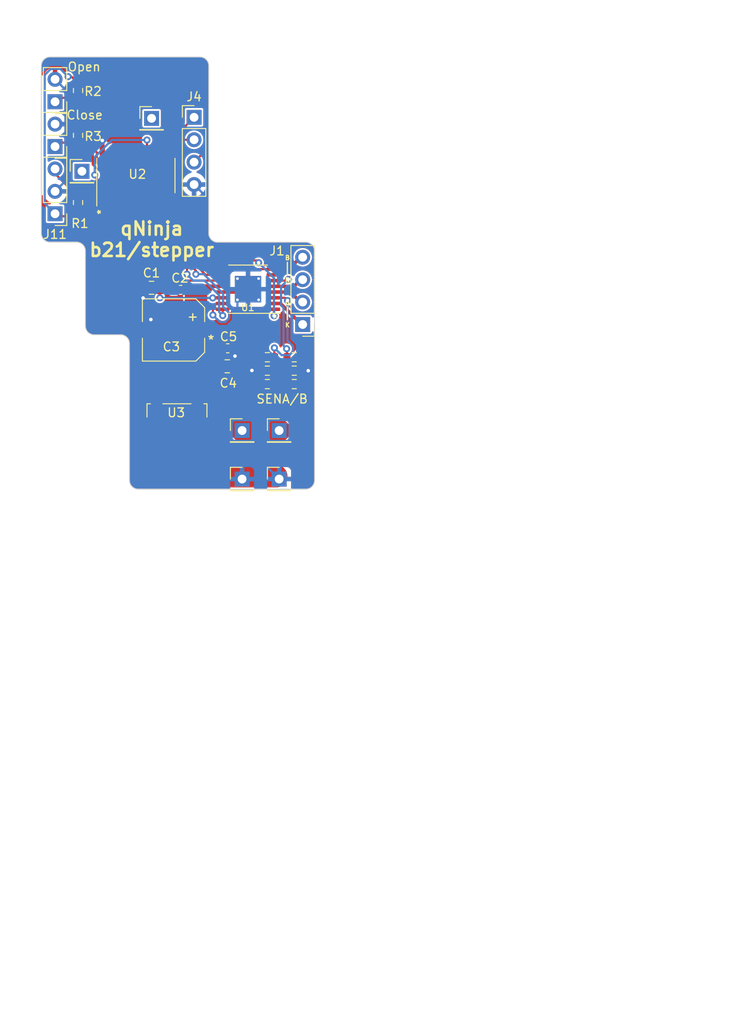
<source format=kicad_pcb>
(kicad_pcb (version 20221018) (generator pcbnew)
  (layers (0 "F.Cu" signal) (31 "B.Cu" signal) (34 "B.Paste" user) (35 "F.Paste" user) (36 "B.SilkS" user "B.Silkscreen") (37 "F.SilkS" user "F.Silkscreen") (38 "B.Mask" user) (39 "F.Mask" user) (44 "Edge.Cuts" user))
  (net 0 "")
  (net 1 "/NSLEEP")
  (net 2 "GND")
  (net 3 "/UPDI")
  (net 4 "/SENA")
  (net 5 "/SENB")
  (net 6 "Net-(J1-Pin_1)")
  (net 7 "Net-(J1-Pin_2)")
  (net 8 "Net-(J1-Pin_3)")
  (net 9 "Net-(J1-Pin_4)")
  (net 10 "/FAULT")
  (net 11 "/BIN2")
  (net 12 "/BIN1")
  (net 13 "/AIN2")
  (net 14 "/AIN1")
  (net 15 "Net-(U1-BST)")
  (net 17 "Net-(U1-VDD)")
  (net 18 "/3V3D")
  (net 21 "/I2C_SDA")
  (net 22 "/I2C_SCL")
  (net 23 "/DCLOSE")
  (net 24 "/DOPEN")
  (net 25 "/12VA")
  (net 26 "/12VB")
  (net 27 "/12VD")
  (net 28 "/VIN")
  (footprint "Connector_PinHeader_2.54mm:PinHeader_1x01_P2.54mm_Vertical" (layer "F.Cu") (at 146.979996 103.850007)
    (fp_text reference "J10" hide)
    (fp_text value "Conn_01x01_Pin")
    (pad "1" thru_hole rect (at 0 0) (size 1.7 1.7) (drill 1) (layers "*.Cu" "*.Mask") (net 2 "GND"))
  )
  (footprint "Package_SO:SOIC-14_3.9x8.7mm_P1.27mm" (layer "F.Cu") (at 130.73 69.445 90)
    (fp_text reference "U2" (at 0.15 0.17) (layer "F.SilkS"))
    (fp_text value "ATtiny404-SS")
    (pad "1" smd roundrect (at -2.475 -3.81 90) (size 1.95 0.6) (layers "F.Cu" "F.Paste" "F.Mask") (net 18 "/3V3D"))
    (pad "2" smd roundrect (at -2.475 -2.54 90) (size 1.95 0.6) (layers "F.Cu" "F.Paste" "F.Mask") (net 14 "/AIN1"))
    (pad "3" smd roundrect (at -2.475 -1.27 90) (size 1.95 0.6) (layers "F.Cu" "F.Paste" "F.Mask") (net 13 "/AIN2"))
    (pad "4" smd roundrect (at -2.475 0 90) (size 1.95 0.6) (layers "F.Cu" "F.Paste" "F.Mask") (net 12 "/BIN1"))
    (pad "5" smd roundrect (at -2.475 1.27 90) (size 1.95 0.6) (layers "F.Cu" "F.Paste" "F.Mask") (net 11 "/BIN2"))
    (pad "6" smd roundrect (at -2.475 2.54 90) (size 1.95 0.6) (layers "F.Cu" "F.Paste" "F.Mask"))
    (pad "7" smd roundrect (at -2.475 3.81 90) (size 1.95 0.6) (layers "F.Cu" "F.Paste" "F.Mask"))
    (pad "8" smd roundrect (at 2.475 3.81 90) (size 1.95 0.6) (layers "F.Cu" "F.Paste" "F.Mask") (net 21 "/I2C_SDA"))
    (pad "9" smd roundrect (at 2.475 2.54 90) (size 1.95 0.6) (layers "F.Cu" "F.Paste" "F.Mask") (net 22 "/I2C_SCL"))
    (pad "10" smd roundrect (at 2.475 1.27 90) (size 1.95 0.6) (layers "F.Cu" "F.Paste" "F.Mask") (net 1 "/NSLEEP"))
    (pad "11" smd roundrect (at 2.475 0 90) (size 1.95 0.6) (layers "F.Cu" "F.Paste" "F.Mask") (net 10 "/FAULT"))
    (pad "12" smd roundrect (at 2.475 -1.27 90) (size 1.95 0.6) (layers "F.Cu" "F.Paste" "F.Mask") (net 23 "/DCLOSE"))
    (pad "13" smd roundrect (at 2.475 -2.54 90) (size 1.95 0.6) (layers "F.Cu" "F.Paste" "F.Mask") (net 24 "/DOPEN"))
    (pad "14" smd roundrect (at 2.475 -3.81 90) (size 1.95 0.6) (layers "F.Cu" "F.Paste" "F.Mask") (net 2 "GND"))
  )
  (footprint "Connector_PinHeader_2.54mm:PinHeader_1x01_P2.54mm_Vertical" (layer "F.Cu") (at 132.510688 62.964869)
    (fp_text reference "J3" hide)
    (fp_text value "Conn_01x01_Pin")
    (pad "1" thru_hole rect (at 0 0) (size 1.7 1.7) (drill 1) (layers "*.Cu" "*.Mask") (net 25 "/12VA"))
  )
  (footprint "Resistor_SMD:R_0603_1608Metric" (layer "F.Cu") (at 145.645 90.04 180)
    (fp_text reference "RSENA3" hide)
    (fp_text value "R")
    (pad "1" smd roundrect (at -0.825 0 180) (size 0.8 0.95) (layers "F.Cu" "F.Paste" "F.Mask") (net 4 "/SENA"))
    (pad "2" smd roundrect (at 0.825 0 180) (size 0.8 0.95) (layers "F.Cu" "F.Paste" "F.Mask") (net 2 "GND"))
  )
  (footprint "Connector_PinHeader_2.54mm:PinHeader_1x04_P2.54mm_Vertical" (layer "F.Cu") (at 149.65 86.33 180)
    (fp_text reference "J1" (at 2.91 8.338) (layer "F.SilkS"))
    (fp_text value "Conn_01x04_Male")
    (pad "1" thru_hole rect (at 0 0 180) (size 1.7 1.7) (drill 1) (layers "*.Cu" "*.Mask") (net 6 "Net-(J1-Pin_1)"))
    (pad "2" thru_hole oval (at 0 2.54 180) (size 1.7 1.7) (drill 1) (layers "*.Cu" "*.Mask") (net 7 "Net-(J1-Pin_2)"))
    (pad "3" thru_hole oval (at 0 5.08 180) (size 1.7 1.7) (drill 1) (layers "*.Cu" "*.Mask") (net 8 "Net-(J1-Pin_3)"))
    (pad "4" thru_hole oval (at 0 7.62 180) (size 1.7 1.7) (drill 1) (layers "*.Cu" "*.Mask") (net 9 "Net-(J1-Pin_4)"))
  )
  (footprint "Capacitor_SMD:C_0805_2012Metric" (layer "F.Cu") (at 141.1 91.07)
    (fp_text reference "C4" (at 0.11 1.91) (layer "F.SilkS"))
    (fp_text value "10uF")
    (pad "1" smd roundrect (at -0.95 0) (size 1 1.45) (layers "F.Cu" "F.Paste" "F.Mask") (net 28 "/VIN"))
    (pad "2" smd roundrect (at 0.95 0) (size 1 1.45) (layers "F.Cu" "F.Paste" "F.Mask") (net 2 "GND"))
  )
  (footprint "Resistor_SMD:R_0603_1608Metric" (layer "F.Cu") (at 124.17 72.51 90)
    (fp_text reference "R1" (at -2.37 0.21 180) (layer "F.SilkS"))
    (fp_text value "4.7k")
    (pad "1" smd roundrect (at -0.825 0 90) (size 0.8 0.95) (layers "F.Cu" "F.Paste" "F.Mask") (net 1 "/NSLEEP"))
    (pad "2" smd roundrect (at 0.825 0 90) (size 0.8 0.95) (layers "F.Cu" "F.Paste" "F.Mask") (net 3 "/UPDI"))
  )
  (footprint "Connector_PinHeader_2.54mm:PinHeader_1x03_P2.54mm_Vertical" (layer "F.Cu") (at 121.56 73.78 180)
    (fp_text reference "J11" (at 0 -2.33) (layer "F.SilkS"))
    (fp_text value "Conn_01x03_Pin")
    (pad "1" thru_hole rect (at 0 0 180) (size 1.7 1.7) (drill 1) (layers "*.Cu" "*.Mask") (net 18 "/3V3D"))
    (pad "2" thru_hole oval (at 0 2.54 180) (size 1.7 1.7) (drill 1) (layers "*.Cu" "*.Mask") (net 2 "GND"))
    (pad "3" thru_hole oval (at 0 5.08 180) (size 1.7 1.7) (drill 1) (layers "*.Cu" "*.Mask") (net 3 "/UPDI"))
  )
  (footprint "Resistor_SMD:R_0603_1608Metric" (layer "F.Cu") (at 148.693 93.088 180)
    (fp_text reference "RSENB1" hide)
    (fp_text value "R")
    (pad "1" smd roundrect (at -0.825 0 180) (size 0.8 0.95) (layers "F.Cu" "F.Paste" "F.Mask") (net 2 "GND"))
    (pad "2" smd roundrect (at 0.825 0 180) (size 0.8 0.95) (layers "F.Cu" "F.Paste" "F.Mask") (net 5 "/SENB"))
  )
  (footprint "Connector_PinHeader_2.54mm:PinHeader_1x01_P2.54mm_Vertical" (layer "F.Cu") (at 142.779996 103.850007)
    (fp_text reference "J9" hide)
    (fp_text value "Conn_01x01_Pin")
    (pad "1" thru_hole rect (at 0 0) (size 1.7 1.7) (drill 1) (layers "*.Cu" "*.Mask") (net 2 "GND"))
  )
  (footprint "Connector_PinHeader_2.54mm:PinHeader_1x01_P2.54mm_Vertical" (layer "F.Cu") (at 146.979996 98.350007)
    (fp_text reference "J6" hide)
    (fp_text value "Conn_01x01_Pin")
    (pad "1" thru_hole rect (at 0 0) (size 1.7 1.7) (drill 1) (layers "*.Cu" "*.Mask") (net 26 "/12VB"))
  )
  (footprint "Connector_PinHeader_2.54mm:PinHeader_1x04_P2.54mm_Vertical" (layer "F.Cu") (at 137.33 62.85)
    (fp_text reference "J4" (at 0 -2.33) (layer "F.SilkS"))
    (fp_text value "Conn_01x04_Pin")
    (pad "1" thru_hole rect (at 0 0) (size 1.7 1.7) (drill 1) (layers "*.Cu" "*.Mask") (net 21 "/I2C_SDA"))
    (pad "2" thru_hole oval (at 0 2.54) (size 1.7 1.7) (drill 1) (layers "*.Cu" "*.Mask") (net 22 "/I2C_SCL"))
    (pad "3" thru_hole oval (at 0 5.08) (size 1.7 1.7) (drill 1) (layers "*.Cu" "*.Mask") (net 18 "/3V3D"))
    (pad "4" thru_hole oval (at 0 7.62) (size 1.7 1.7) (drill 1) (layers "*.Cu" "*.Mask") (net 2 "GND"))
  )
  (footprint "Package_SO:TSSOP-16-1EP_4.4x5mm_P0.65mm_EP3x3mm_ThermalVias" (layer "F.Cu") (at 143.45 82.33 180)
    (fp_text reference "U1" (at 0.02 -2.09) (layer "F.SilkS") (effects (font (size 0.75 0.75) (thickness 0.125))))
    (fp_text value "MP6507GF-Z")
    (pad "1" smd roundrect (at -2.875 -2.275 180) (size 1.55 0.4) (layers "F.Cu" "F.Paste" "F.Mask") (net 1 "/NSLEEP"))
    (pad "2" smd roundrect (at -2.875 -1.625 180) (size 1.55 0.4) (layers "F.Cu" "F.Paste" "F.Mask") (net 6 "Net-(J1-Pin_1)"))
    (pad "3" smd roundrect (at -2.875 -0.975 180) (size 1.55 0.4) (layers "F.Cu" "F.Paste" "F.Mask") (net 4 "/SENA"))
    (pad "4" smd roundrect (at -2.875 -0.325 180) (size 1.55 0.4) (layers "F.Cu" "F.Paste" "F.Mask") (net 7 "Net-(J1-Pin_2)"))
    (pad "5" smd roundrect (at -2.875 0.325 180) (size 1.55 0.4) (layers "F.Cu" "F.Paste" "F.Mask") (net 8 "Net-(J1-Pin_3)"))
    (pad "6" smd roundrect (at -2.875 0.975 180) (size 1.55 0.4) (layers "F.Cu" "F.Paste" "F.Mask") (net 5 "/SENB"))
    (pad "7" smd roundrect (at -2.875 1.625 180) (size 1.55 0.4) (layers "F.Cu" "F.Paste" "F.Mask") (net 9 "Net-(J1-Pin_4)"))
    (pad "8" smd roundrect (at -2.875 2.275 180) (size 1.55 0.4) (layers "F.Cu" "F.Paste" "F.Mask") (net 10 "/FAULT"))
    (pad "9" smd roundrect (at 2.875 2.275 180) (size 1.55 0.4) (layers "F.Cu" "F.Paste" "F.Mask") (net 11 "/BIN2"))
    (pad "10" smd roundrect (at 2.875 1.625 180) (size 1.55 0.4) (layers "F.Cu" "F.Paste" "F.Mask") (net 12 "/BIN1"))
    (pad "11" smd roundrect (at 2.875 0.975 180) (size 1.55 0.4) (layers "F.Cu" "F.Paste" "F.Mask") (net 15 "Net-(U1-BST)"))
    (pad "12" smd roundrect (at 2.875 0.325 180) (size 1.55 0.4) (layers "F.Cu" "F.Paste" "F.Mask") (net 28 "/VIN"))
    (pad "13" smd roundrect (at 2.875 -0.325 180) (size 1.55 0.4) (layers "F.Cu" "F.Paste" "F.Mask") (net 2 "GND"))
    (pad "14" smd roundrect (at 2.875 -0.975 180) (size 1.55 0.4) (layers "F.Cu" "F.Paste" "F.Mask") (net 17 "Net-(U1-VDD)"))
    (pad "15" smd roundrect (at 2.875 -1.625 180) (size 1.55 0.4) (layers "F.Cu" "F.Paste" "F.Mask") (net 13 "/AIN2"))
    (pad "16" smd roundrect (at 2.875 -2.275 180) (size 1.55 0.4) (layers "F.Cu" "F.Paste" "F.Mask") (net 14 "/AIN1"))
    (pad "17" thru_hole circle (at -1.2 -1.2 180) (size 0.6 0.6) (drill 0.3) (layers "*.Cu") (net 2 "GND"))
    (pad "17" thru_hole circle (at -1.2 1.2 180) (size 0.6 0.6) (drill 0.3) (layers "*.Cu") (net 2 "GND"))
    (pad "17" smd rect (at 0 0 180) (size 3 3) (layers "F.Cu" "F.Mask") (net 2 "GND"))
    (pad "17" smd rect (at 0 0 180) (size 3 3) (layers "B.Cu") (net 2 "GND"))
    (pad "17" thru_hole circle (at 1.2 -1.2 180) (size 0.6 0.6) (drill 0.3) (layers "*.Cu") (net 2 "GND"))
    (pad "17" thru_hole circle (at 1.2 1.2 180) (size 0.6 0.6) (drill 0.3) (layers "*.Cu") (net 2 "GND"))
  )
  (footprint "Resistor_SMD:R_0603_1608Metric" (layer "F.Cu") (at 124.17 64.89 90)
    (fp_text reference "R3" (at -0.12 1.71 180) (layer "F.SilkS"))
    (fp_text value "4.7k")
    (pad "1" smd roundrect (at -0.825 0 90) (size 0.8 0.95) (layers "F.Cu" "F.Paste" "F.Mask") (net 23 "/DCLOSE"))
    (pad "2" smd roundrect (at 0.825 0 90) (size 0.8 0.95) (layers "F.Cu" "F.Paste" "F.Mask"))
  )
  (footprint "Resistor_SMD:R_0603_1608Metric" (layer "F.Cu") (at 148.693 91.564 180)
    (fp_text reference "RSENB2" hide)
    (fp_text value "R")
    (pad "1" smd roundrect (at -0.825 0 180) (size 0.8 0.95) (layers "F.Cu" "F.Paste" "F.Mask") (net 2 "GND"))
    (pad "2" smd roundrect (at 0.825 0 180) (size 0.8 0.95) (layers "F.Cu" "F.Paste" "F.Mask") (net 5 "/SENB"))
  )
  (footprint "Resistor_SMD:R_0603_1608Metric" (layer "F.Cu") (at 145.645 91.564 180)
    (fp_text reference "RSENA2" hide)
    (fp_text value "R")
    (pad "1" smd roundrect (at -0.825 0 180) (size 0.8 0.95) (layers "F.Cu" "F.Paste" "F.Mask") (net 4 "/SENA"))
    (pad "2" smd roundrect (at 0.825 0 180) (size 0.8 0.95) (layers "F.Cu" "F.Paste" "F.Mask") (net 2 "GND"))
  )
  (footprint "Connector_PinHeader_2.54mm:PinHeader_1x02_P2.54mm_Vertical" (layer "F.Cu") (at 121.56 61.08 180)
    (fp_text reference "J12" hide)
    (fp_text value "Conn_01x02_Pin")
    (pad "1" thru_hole rect (at 0 0 180) (size 1.7 1.7) (drill 1) (layers "*.Cu" "*.Mask") (net 24 "/DOPEN"))
    (pad "2" thru_hole oval (at 0 2.54 180) (size 1.7 1.7) (drill 1) (layers "*.Cu" "*.Mask") (net 2 "GND"))
  )
  (footprint "Resistor_SMD:R_0603_1608Metric" (layer "F.Cu") (at 148.693 90.04 180)
    (fp_text reference "RSENB3" hide)
    (fp_text value "R")
    (pad "1" smd roundrect (at -0.825 0 180) (size 0.8 0.95) (layers "F.Cu" "F.Paste" "F.Mask") (net 2 "GND"))
    (pad "2" smd roundrect (at 0.825 0 180) (size 0.8 0.95) (layers "F.Cu" "F.Paste" "F.Mask") (net 5 "/SENB"))
  )
  (footprint "Connector_PinHeader_2.54mm:PinHeader_1x02_P2.54mm_Vertical" (layer "F.Cu") (at 121.56 66.16 180)
    (fp_text reference "J13" hide)
    (fp_text value "Conn_01x02_Pin")
    (pad "1" thru_hole rect (at 0 0 180) (size 1.7 1.7) (drill 1) (layers "*.Cu" "*.Mask") (net 23 "/DCLOSE"))
    (pad "2" thru_hole oval (at 0 2.54 180) (size 1.7 1.7) (drill 1) (layers "*.Cu" "*.Mask") (net 2 "GND"))
  )
  (footprint "Capacitor_SMD:C_0603_1608Metric" (layer "F.Cu") (at 135.81 82.41)
    (fp_text reference "C2" (at -0.08 -1.34 180) (layer "F.SilkS") (effects (font (thickness 0.1504))))
    (fp_text value "0.1uF")
    (pad "1" smd roundrect (at -0.775 0) (size 0.9 0.95) (layers "F.Cu" "F.Paste" "F.Mask") (net 15 "Net-(U1-BST)"))
    (pad "2" smd roundrect (at 0.775 0) (size 0.9 0.95) (layers "F.Cu" "F.Paste" "F.Mask") (net 28 "/VIN"))
  )
  (footprint "Capacitor_SMD:C_0603_1608Metric" (layer "F.Cu") (at 141.15 89.03)
    (fp_text reference "C5" (at 0.09 -1.32 180) (layer "F.SilkS") (effects (font (thickness 0.1504))))
    (fp_text value "0.1uF")
    (pad "1" smd roundrect (at -0.775 0) (size 0.9 0.95) (layers "F.Cu" "F.Paste" "F.Mask") (net 28 "/VIN"))
    (pad "2" smd roundrect (at 0.775 0) (size 0.9 0.95) (layers "F.Cu" "F.Paste" "F.Mask") (net 2 "GND"))
  )
  (footprint "Capacitor_SMD:C_0805_2012Metric" (layer "F.Cu") (at 132.5 82.17)
    (fp_text reference "C1" (at 0 -1.68) (layer "F.SilkS"))
    (fp_text value "4.7uF")
    (pad "1" smd roundrect (at -0.95 0) (size 1 1.45) (layers "F.Cu" "F.Paste" "F.Mask") (net 2 "GND"))
    (pad "2" smd roundrect (at 0.95 0) (size 1 1.45) (layers "F.Cu" "F.Paste" "F.Mask") (net 17 "Net-(U1-VDD)"))
  )
  (footprint "Resistor_SMD:R_0603_1608Metric" (layer "F.Cu") (at 145.645 93.088 180)
    (fp_text reference "RSENA1" hide)
    (fp_text value "R")
    (pad "1" smd roundrect (at -0.825 0 180) (size 0.8 0.95) (layers "F.Cu" "F.Paste" "F.Mask") (net 4 "/SENA"))
    (pad "2" smd roundrect (at 0.825 0 180) (size 0.8 0.95) (layers "F.Cu" "F.Paste" "F.Mask") (net 2 "GND"))
  )
  (footprint "Ninja:REG_TO252-3" (layer "F.Cu") (at 135.39 97.595 -90)
    (fp_text reference "U3" (at -1.265 0.09 -180) (layer "F.SilkS"))
    (fp_text value "REG_TO252-3")
    (pad "1" smd rect (at -4.575 -2.3 270) (size 3.5 2) (layers "F.Cu" "F.Paste" "F.Mask") (net 26 "/12VB"))
    (pad "2" smd rect (at -4.575 2.28 270) (size 3.5 2) (layers "F.Cu" "F.Paste" "F.Mask") (net 28 "/VIN"))
    (pad "3" smd rect (at 2.825 0 270) (size 7 7) (layers "F.Cu" "F.Mask") (net 2 "GND"))
  )
  (footprint "Connector_PinHeader_2.54mm:PinHeader_1x01_P2.54mm_Vertical" (layer "F.Cu") (at 124.610688 68.964869)
    (fp_text reference "J7" hide)
    (fp_text value "Conn_01x01_Pin")
    (pad "1" thru_hole rect (at 0 0) (size 1.7 1.7) (drill 1) (layers "*.Cu" "*.Mask") (net 27 "/12VD"))
  )
  (footprint "Connector_PinHeader_2.54mm:PinHeader_1x01_P2.54mm_Vertical" (layer "F.Cu") (at 142.779996 98.350007)
    (fp_text reference "J5" hide)
    (fp_text value "Conn_01x01_Pin")
    (pad "1" thru_hole rect (at 0 0) (size 1.7 1.7) (drill 1) (layers "*.Cu" "*.Mask") (net 26 "/12VB"))
  )
  (footprint "Ninja:35TZV100M6.3X8" (layer "F.Cu") (at 135 86.95 180)
    (fp_text reference "C3" (at 0.24 -1.91) (layer "F.SilkS"))
    (fp_text value "100uF" hide)
    (fp_text user "+" (at -2.18 1.53) (layer "F.SilkS"))
    (fp_text user "*" (at -4.25 -1.14) (layer "F.SilkS"))
    (pad "1" smd rect (at -2.5527 0 180) (size 3.0988 1.2192) (layers "F.Cu" "F.Paste" "F.Mask") (net 28 "/VIN"))
    (pad "2" smd rect (at 2.5527 0 180) (size 3.0988 1.2192) (layers "F.Cu" "F.Paste" "F.Mask") (net 2 "GND"))
  )
  (footprint "Resistor_SMD:R_0603_1608Metric" (layer "F.Cu") (at 124.17 59.81 90)
    (fp_text reference "R2" (at -0.1 1.7 180) (layer "F.SilkS"))
    (fp_text value "4.7k")
    (pad "1" smd roundrect (at -0.825 0 90) (size 0.8 0.95) (layers "F.Cu" "F.Paste" "F.Mask") (net 24 "/DOPEN"))
    (pad "2" smd roundrect (at 0.825 0 90) (size 0.8 0.95) (layers "F.Cu" "F.Paste" "F.Mask") (net 18 "/3V3D"))
  )
  (gr_line (start 147.91 80.731108) (end 147.91 79.283308) (stroke (width 0.15)) (layer "F.SilkS"))
  (gr_line (start 147.91 85.782) (end 147.91 84.3342) (stroke (width 0.15)) (layer "F.SilkS"))
  (gr_arc (start 151 104) (mid 150.707107 104.707106) (end 150 105) (stroke (width 0.1)) (layer "Edge.Cuts"))
  (gr_arc (start 124 77) (mid 124.707107 77.292893) (end 125 78) (stroke (width 0.1)) (layer "Edge.Cuts"))
  (gr_line (start 124 77) (end 121 77) (stroke (width 0.1)) (layer "Edge.Cuts"))
  (gr_line (start 120 76) (end 120 57) (stroke (width 0.1)) (layer "Edge.Cuts"))
  (gr_line (start 130 104) (end 130 88.5) (stroke (width 0.1)) (layer "Edge.Cuts"))
  (gr_arc (start 140 77) (mid 139.292893 76.707107) (end 139 76) (stroke (width 0.1)) (layer "Edge.Cuts"))
  (gr_arc (start 131 105) (mid 130.292894 104.707107) (end 130 104) (stroke (width 0.1)) (layer "Edge.Cuts"))
  (gr_arc (start 121 77) (mid 120.292893 76.707107) (end 120 76) (stroke (width 0.1)) (layer "Edge.Cuts"))
  (gr_line (start 125 86.5) (end 125 78) (stroke (width 0.1)) (layer "Edge.Cuts"))
  (gr_arc (start 120 57) (mid 120.292893 56.292893) (end 121 56) (stroke (width 0.1)) (layer "Edge.Cuts"))
  (gr_arc (start 129 87.5) (mid 129.707107 87.792893) (end 130 88.5) (stroke (width 0.1)) (layer "Edge.Cuts"))
  (gr_line (start 150 105) (end 131 105) (stroke (width 0.1)) (layer "Edge.Cuts"))
  (gr_line (start 150 77) (end 140 77) (stroke (width 0.1)) (layer "Edge.Cuts"))
  (gr_line (start 129 87.5) (end 126 87.5) (stroke (width 0.1)) (layer "Edge.Cuts"))
  (gr_line (start 139 76) (end 139 57) (stroke (width 0.1)) (layer "Edge.Cuts"))
  (gr_arc (start 150 77) (mid 150.707107 77.292893) (end 151 78) (stroke (width 0.1)) (layer "Edge.Cuts"))
  (gr_line (start 138 56) (end 121 56) (stroke (width 0.1)) (layer "Edge.Cuts"))
  (gr_arc (start 126 87.5) (mid 125.292893 87.207107) (end 125 86.5) (stroke (width 0.1)) (layer "Edge.Cuts"))
  (gr_line (start 151 104) (end 151 78) (stroke (width 0.1)) (layer "Edge.Cuts"))
  (gr_arc (start 138 56) (mid 138.707107 56.292893) (end 139 57) (stroke (width 0.1)) (layer "Edge.Cuts"))
  (gr_text "SENA/B" (at 144.313 95.358) (layer "F.SilkS") (effects (font (size 1 1)) (justify left bottom)))
  (gr_text "R" (at 147.93 81.31) (layer "F.SilkS") (effects (font (size 0.5 0.5) (thickness 0.125))))
  (gr_text "*" (at 126.78 73.58 90) (layer "F.SilkS") (effects (font (size 0.75 0.75))))
  (gr_text "Open" (at 124.86 57.71) (layer "F.SilkS") (effects (font (size 1 1) (thickness 0.15) bold) (justify bottom)))
  (gr_text "K" (at 147.93 86.39) (layer "F.SilkS") (effects (font (size 0.5 0.5) (thickness 0.125))))
  (gr_text "qNinja\nb21/stepper" (at 132.53 78.76) (layer "F.SilkS") (effects (font (size 1.5 1.5) (thickness 0.3) bold) (justify bottom)))
  (gr_text "*" (at 146.71 85.41 90) (layer "F.SilkS") (effects (font (size 0.75 0.75))))
  (gr_text "Close" (at 124.92 63.17) (layer "F.SilkS") (effects (font (size 1 1) (thickness 0.15) bold) (justify bottom)))
  (gr_text "B" (at 147.93 78.77) (layer "F.SilkS") (effects (font (size 0.5 0.5) (thickness 0.125))))
  (gr_text "G" (at 147.93 83.85) (layer "F.SilkS") (effects (font (size 0.5 0.5) (thickness 0.125))))
  (segment (start 133.375123 68.7264) (end 134.817322 68.7264) (width 0.25) (layer "F.Cu") (net 1))
  (segment (start 132 66.97) (end 132 67.351277) (width 0.25) (layer "F.Cu") (net 1))
  (segment (start 144.402858 79.0736) (end 144.656558 79.3273) (width 0.25) (layer "F.Cu") (net 1))
  (segment (start 132 67.351277) (end 133.375123 68.7264) (width 0.25) (layer "F.Cu") (net 1))
  (segment (start 134.817322 68.7264) (end 135.6214 69.530478) (width 0.25) (layer "F.Cu") (net 1))
  (segment (start 125.925 73.335) (end 126.2918 72.9682) (width 0.25) (layer "F.Cu") (net 1))
  (segment (start 126.2918 72.9682) (end 126.2918 70.896923) (width 0.25) (layer "F.Cu") (net 1))
  (segment (start 126.2918 69.612192) (end 126.063388 69.38378) (width 0.25) (layer "F.Cu") (net 1))
  (segment (start 131.99 65.42) (end 131.99 66.96) (width 0.25) (layer "F.Cu") (net 1))
  (segment (start 146.4 84.68) (end 146.325 84.605) (width 0.25) (layer "F.Cu") (net 1))
  (segment (start 146.4 85.34) (end 146.4 84.68) (width 0.25) (layer "F.Cu") (net 1))
  (segment (start 135.6214 69.530478) (end 135.6214 75.760478) (width 0.25) (layer "F.Cu") (net 1))
  (segment (start 135.6214 75.760478) (end 138.934522 79.0736) (width 0.25) (layer "F.Cu") (net 1))
  (segment (start 138.934522 79.0736) (end 140.64 79.0736) (width 0.25) (layer "F.Cu") (net 1))
  (segment (start 140.64 79.0736) (end 144.402858 79.0736) (width 0.25) (layer "F.Cu") (net 1))
  (segment (start 126.2918 70.896923) (end 126.2918 69.612192) (width 0.25) (layer "F.Cu") (net 1))
  (segment (start 131.99 66.96) (end 132 66.97) (width 0.25) (layer "F.Cu") (net 1))
  (segment (start 124.17 73.335) (end 125.925 73.335) (width 0.25) (layer "F.Cu") (net 1))
  (via (at 146.4 85.34) (size 0.8) (drill 0.4) (layers "F.Cu" "B.Cu") (net 1))
  (via (at 144.656558 79.3273) (size 0.8) (drill 0.4) (layers "F.Cu" "B.Cu") (net 1))
  (via (at 131.99 65.42) (size 0.8) (drill 0.4) (layers "F.Cu" "B.Cu") (net 1))
  (via (at 126.063388 69.38378) (size 0.8) (drill 0.4) (layers "F.Cu" "B.Cu") (net 1))
  (segment (start 126.063388 69.38378) (end 126.063388 67.356443) (width 0.25) (layer "B.Cu") (net 1))
  (segment (start 126.063388 67.356443) (end 127.999831 65.42) (width 0.25) (layer "B.Cu") (net 1))
  (segment (start 144.656558 79.3273) (end 146.4 81.070742) (width 0.25) (layer "B.Cu") (net 1))
  (segment (start 146.4 81.070742) (end 146.4 85.34) (width 0.25) (layer "B.Cu") (net 1))
  (segment (start 127.999831 65.42) (end 131.99 65.42) (width 0.25) (layer "B.Cu") (net 1))
  (segment (start 149.518 93.088) (end 149.518 91.564) (width 0.25) (layer "F.Cu") (net 2))
  (segment (start 131.55 83.33) (end 131.55 82.17) (width 0.25) (layer "F.Cu") (net 2))
  (segment (start 141.97 90.99) (end 141.97 89.91) (width 0.25) (layer "F.Cu") (net 2))
  (segment (start 149.518 90.04) (end 149.518 91.564) (width 0.25) (layer "F.Cu") (net 2))
  (segment (start 141.925 89.865) (end 141.97 89.91) (width 0.25) (layer "F.Cu") (net 2))
  (segment (start 136.3932 100.42) (end 139.5 103.5268) (width 2.54) (layer "F.Cu") (net 2))
  (segment (start 132.4473 86.95) (end 132.4473 85.7873) (width 0.25) (layer "F.Cu") (net 2))
  (segment (start 144.82 91.564) (end 144.82 90.04) (width 0.25) (layer "F.Cu") (net 2))
  (segment (start 143.125 82.655) (end 143.45 82.33) (width 0.381) (layer "F.Cu") (net 2))
  (segment (start 142.05 91.07) (end 141.97 90.99) (width 0.25) (layer "F.Cu") (net 2))
  (segment (start 132.4473 85.7873) (end 132.43 85.77) (width 0.25) (layer "F.Cu") (net 2))
  (segment (start 141.925 89.03) (end 141.925 89.865) (width 0.25) (layer "F.Cu") (net 2))
  (segment (start 144.82 93.088) (end 144.82 91.564) (width 0.25) (layer "F.Cu") (net 2))
  (segment (start 139.5 103.5268) (end 146.656789 103.5268) (width 2.54) (layer "F.Cu") (net 2))
  (segment (start 140.575 82.655) (end 143.125 82.655) (width 0.381) (layer "F.Cu") (net 2))
  (segment (start 150.274 91.564) (end 150.28 91.57) (width 0.25) (layer "F.Cu") (net 2))
  (segment (start 126.92 66.97) (end 126.92 65.47) (width 0.25) (layer "F.Cu") (net 2))
  (segment (start 135.39 100.42) (end 136.3932 100.42) (width 2.54) (layer "F.Cu") (net 2))
  (segment (start 149.518 91.564) (end 150.274 91.564) (width 0.25) (layer "F.Cu") (net 2))
  (segment (start 144.82 91.564) (end 143.914 91.564) (width 0.25) (layer "F.Cu") (net 2))
  (segment (start 143.914 91.564) (end 143.89 91.54) (width 0.25) (layer "F.Cu") (net 2))
  (via (at 126.92 65.47) (size 0.8) (drill 0.4) (layers "F.Cu" "B.Cu") (net 2))
  (via (at 131.55 83.33) (size 0.8) (drill 0.4) (layers "F.Cu" "B.Cu") (net 2))
  (via (at 143.89 91.54) (size 0.8) (drill 0.4) (layers "F.Cu" "B.Cu") (net 2))
  (via (at 150.28 91.57) (size 0.8) (drill 0.4) (layers "F.Cu" "B.Cu") (net 2))
  (via (at 141.97 89.91) (size 0.8) (drill 0.4) (layers "F.Cu" "B.Cu") (net 2))
  (via (at 132.43 85.77) (size 0.8) (drill 0.4) (layers "F.Cu" "B.Cu") (net 2))
  (segment (start 142.25 89.63) (end 141.97 89.91) (width 0.25) (layer "B.Cu") (net 2))
  (segment (start 121.56 63.62) (end 122.7182 63.62) (width 0.25) (layer "B.Cu") (net 2))
  (segment (start 138.23 76.53) (end 138.23 71.37) (width 0.25) (layer "B.Cu") (net 2))
  (segment (start 137.33 70.47) (end 123.1464 70.47) (width 0.25) (layer "B.Cu") (net 2))
  (segment (start 122.7382 63.6) (end 122.7382 65.46) (width 0.25) (layer "B.Cu") (net 2))
  (segment (start 142.25 86.44) (end 142.25 89.63) (width 0.25) (layer "B.Cu") (net 2))
  (segment (start 143.92 91.57) (end 143.89 91.54) (width 0.25) (layer "B.Cu") (net 2))
  (segment (start 141.97 89.91) (end 142.26 89.91) (width 0.25) (layer "B.Cu") (net 2))
  (segment (start 132.43 84.21) (end 131.55 83.33) (width 0.25) (layer "B.Cu") (net 2))
  (segment (start 122.7182 63.62) (end 122.7382 63.6) (width 0.25) (layer "B.Cu") (net 2))
  (segment (start 142.26 89.91) (end 143.89 91.54) (width 0.25) (layer "B.Cu") (net 2))
  (segment (start 123.1464 70.47) (end 122.7382 70.0618) (width 0.25) (layer "B.Cu") (net 2))
  (segment (start 122.7382 59.7182) (end 122.7382 63.6) (width 0.25) (layer "B.Cu") (net 2))
  (segment (start 122.7382 70.0618) (end 121.56 71.24) (width 0.25) (layer "B.Cu") (net 2))
  (segment (start 142.61 78.18) (end 139.88 78.18) (width 0.25) (layer "B.Cu") (net 2))
  (segment (start 139.88 78.18) (end 138.23 76.53) (width 0.25) (layer "B.Cu") (net 2))
  (segment (start 145.801796 93.451796) (end 145.801796 102.671807) (width 0.25) (layer "B.Cu") (net 2))
  (segment (start 142.25 83.53) (end 142.25 86.44) (width 0.25) (layer "B.Cu") (net 2))
  (segment (start 122.7482 65.47) (end 122.7382 65.46) (width 0.25) (layer "B.Cu") (net 2))
  (segment (start 132.43 84.74) (end 134.1914 86.5014) (width 0.25) (layer "B.Cu") (net 2))
  (segment (start 132.43 85.77) (end 132.43 84.74) (width 0.25) (layer "B.Cu") (net 2))
  (segment (start 145.801796 102.671807) (end 146.979996 103.850007) (width 0.25) (layer "B.Cu") (net 2))
  (segment (start 132.43 84.74) (end 132.43 84.21) (width 0.25) (layer "B.Cu") (net 2))
  (segment (start 143.89 91.54) (end 145.801796 93.451796) (width 0.25) (layer "B.Cu") (net 2))
  (segment (start 122.7382 59.7182) (end 121.56 58.54) (width 0.25) (layer "B.Cu") (net 2))
  (segment (start 126.92 65.47) (end 122.7482 65.47) (width 0.25) (layer "B.Cu") (net 2))
  (segment (start 138.23 71.37) (end 137.33 70.47) (width 0.25) (layer "B.Cu") (net 2))
  (segment (start 143.45 82.33) (end 143.45 79.02) (width 0.25) (layer "B.Cu") (net 2))
  (segment (start 142.1886 86.5014) (end 142.25 86.44) (width 0.25) (layer "B.Cu") (net 2))
  (segment (start 143.45 79.02) (end 142.61 78.18) (width 0.25) (layer "B.Cu") (net 2))
  (segment (start 134.1914 86.5014) (end 142.1886 86.5014) (width 0.25) (layer "B.Cu") (net 2))
  (segment (start 122.7382 65.46) (end 122.7382 70.0618) (width 0.25) (layer "B.Cu") (net 2))
  (segment (start 150.28 91.57) (end 143.92 91.57) (width 0.25) (layer "B.Cu") (net 2))
  (segment (start 124.005 71.685) (end 124.17 71.685) (width 0.25) (layer "F.Cu") (net 3))
  (segment (start 121.56 69.24) (end 124.005 71.685) (width 0.25) (layer "F.Cu") (net 3))
  (segment (start 121.56 68.7) (end 121.56 69.24) (width 0.25) (layer "F.Cu") (net 3))
  (segment (start 146.44 90.01) (end 146.47 90.04) (width 0.25) (layer "F.Cu") (net 4))
  (segment (start 146.47 91.564) (end 146.47 90.04) (width 0.25) (layer "F.Cu") (net 4))
  (segment (start 146.47 93.088) (end 146.47 91.564) (width 0.25) (layer "F.Cu") (net 4))
  (segment (start 146.325 83.305) (end 147.619952 83.305) (width 0.25) (layer "F.Cu") (net 4))
  (segment (start 146.44 88.98) (end 146.44 90.01) (width 0.25) (layer "F.Cu") (net 4))
  (segment (start 147.619952 83.305) (end 147.927476 83.612524) (width 0.25) (layer "F.Cu") (net 4))
  (via (at 146.44 88.98) (size 0.8) (drill 0.4) (layers "F.Cu" "B.Cu") (net 4))
  (via (at 147.927476 83.612524) (size 0.8) (drill 0.4) (layers "F.Cu" "B.Cu") (net 4))
  (segment (start 148.131631 89.8082) (end 147.2682 89.8082) (width 0.25) (layer "B.Cu") (net 4))
  (segment (start 147.2682 89.8082) (end 146.44 88.98) (width 0.25) (layer "B.Cu") (net 4))
  (segment (start 147.927476 88.147645) (end 148.5582 88.778369) (width 0.25) (layer "B.Cu") (net 4))
  (segment (start 148.5582 89.381631) (end 148.131631 89.8082) (width 0.25) (layer "B.Cu") (net 4))
  (segment (start 147.927476 83.612524) (end 147.927476 88.147645) (width 0.25) (layer "B.Cu") (net 4))
  (segment (start 148.5582 88.778369) (end 148.5582 89.381631) (width 0.25) (layer "B.Cu") (net 4))
  (segment (start 147.868 91.564) (end 147.868 90.04) (width 0.25) (layer "F.Cu") (net 5))
  (segment (start 147.894755 81.355) (end 148.037955 81.2118) (width 0.25) (layer "F.Cu") (net 5))
  (segment (start 147.868 90.04) (end 147.868 89.118) (width 0.25) (layer "F.Cu") (net 5))
  (segment (start 146.325 81.355) (end 147.894755 81.355) (width 0.25) (layer "F.Cu") (net 5))
  (segment (start 147.868 89.118) (end 147.83 89.08) (width 0.25) (layer "F.Cu") (net 5))
  (segment (start 147.868 93.088) (end 147.868 91.564) (width 0.25) (layer "F.Cu") (net 5))
  (via (at 148.037955 81.2118) (size 0.8) (drill 0.4) (layers "F.Cu" "B.Cu") (net 5))
  (via (at 147.83 89.08) (size 0.8) (drill 0.4) (layers "F.Cu" "B.Cu") (net 5))
  (segment (start 147.83 89.08) (end 147.474276 88.724276) (width 0.25) (layer "B.Cu") (net 5))
  (segment (start 147.474276 88.724276) (end 147.474276 84.44) (width 0.25) (layer "B.Cu") (net 5))
  (segment (start 147.199276 84.165) (end 147.199276 82.050479) (width 0.25) (layer "B.Cu") (net 5))
  (segment (start 147.199276 82.050479) (end 148.037955 81.2118) (width 0.25) (layer "B.Cu") (net 5))
  (segment (start 147.474276 84.44) (end 147.199276 84.165) (width 0.25) (layer "B.Cu") (net 5))
  (segment (start 147.148197 83.955) (end 149.41 86.216803) (width 0.381) (layer "F.Cu") (net 6))
  (segment (start 149.41 86.216803) (end 149.41 86.338) (width 0.381) (layer "F.Cu") (net 6))
  (segment (start 146.325 83.955) (end 147.148197 83.955) (width 0.381) (layer "F.Cu") (net 6))
  (segment (start 146.325 82.655) (end 148.267 82.655) (width 0.381) (layer "F.Cu") (net 7))
  (segment (start 148.267 82.655) (end 149.41 83.798) (width 0.381) (layer "F.Cu") (net 7))
  (segment (start 146.325 82.005) (end 148.663 82.005) (width 0.381) (layer "F.Cu") (net 8))
  (segment (start 148.663 82.005) (end 149.41 81.258) (width 0.381) (layer "F.Cu") (net 8))
  (segment (start 147.423 80.705) (end 149.41 78.718) (width 0.381) (layer "F.Cu") (net 9))
  (segment (start 146.325 80.705) (end 147.423 80.705) (width 0.381) (layer "F.Cu") (net 9))
  (segment (start 144.255 80.055) (end 146.325 80.055) (width 0.25) (layer "F.Cu") (net 10))
  (segment (start 130.73 66.97) (end 130.73 67.62) (width 0.25) (layer "F.Cu") (net 10))
  (segment (start 143.7268 79.5268) (end 144.255 80.055) (width 0.25) (layer "F.Cu") (net 10))
  (segment (start 130.74 67.62) (end 131.3932 68.2732) (width 0.25) (layer "F.Cu") (net 10))
  (segment (start 138.7468 79.5268) (end 143.7268 79.5268) (width 0.25) (layer "F.Cu") (net 10))
  (segment (start 132.281001 68.2732) (end 133.187401 69.1796) (width 0.25) (layer "F.Cu") (net 10))
  (segment (start 135.1682 69.7182) (end 135.1682 75.9482) (width 0.25) (layer "F.Cu") (net 10))
  (segment (start 134.6296 69.1796) (end 135.1682 69.7182) (width 0.25) (layer "F.Cu") (net 10))
  (segment (start 130.73 67.62) (end 130.74 67.62) (width 0.25) (layer "F.Cu") (net 10))
  (segment (start 131.3932 68.2732) (end 132.281001 68.2732) (width 0.25) (layer "F.Cu") (net 10))
  (segment (start 133.187401 69.1796) (end 134.6296 69.1796) (width 0.25) (layer "F.Cu") (net 10))
  (segment (start 135.1682 75.9482) (end 138.7468 79.5268) (width 0.25) (layer "F.Cu") (net 10))
  (segment (start 132.22 73.26) (end 134.4 73.26) (width 0.25) (layer "F.Cu") (net 11))
  (segment (start 134.715 73.575) (end 134.715 76.135922) (width 0.25) (layer "F.Cu") (net 11))
  (segment (start 132 71.92) (end 132 73.04) (width 0.25) (layer "F.Cu") (net 11))
  (segment (start 134.4 73.26) (end 134.715 73.575) (width 0.25) (layer "F.Cu") (net 11))
  (segment (start 134.715 76.135922) (end 138.634078 80.055) (width 0.25) (layer "F.Cu") (net 11))
  (segment (start 132 73.04) (end 132.22 73.26) (width 0.25) (layer "F.Cu") (net 11))
  (segment (start 138.634078 80.055) (end 140.575 80.055) (width 0.25) (layer "F.Cu") (net 11))
  (segment (start 130.73 71.92) (end 130.73 73.12) (width 0.25) (layer "F.Cu") (net 12))
  (segment (start 133.9432 73.7132) (end 134.2618 74.0318) (width 0.25) (layer "F.Cu") (net 12))
  (segment (start 138.643156 80.705) (end 140.575 80.705) (width 0.25) (layer "F.Cu") (net 12))
  (segment (start 131.3232 73.7132) (end 133.9432 73.7132) (width 0.25) (layer "F.Cu") (net 12))
  (segment (start 130.73 73.12) (end 131.3232 73.7132) (width 0.25) (layer "F.Cu") (net 12))
  (segment (start 134.2618 76.323644) (end 138.643156 80.705) (width 0.25) (layer "F.Cu") (net 12))
  (segment (start 134.2618 74.0318) (end 134.2618 76.323644) (width 0.25) (layer "F.Cu") (net 12))
  (segment (start 137.536332 80.6273) (end 137.536332 80.239098) (width 0.25) (layer "F.Cu") (net 13))
  (segment (start 129.46 73.29) (end 129.46 71.92) (width 0.25) (layer "F.Cu") (net 13))
  (segment (start 133.4364 74.1664) (end 130.3364 74.1664) (width 0.25) (layer "F.Cu") (net 13))
  (segment (start 140.575 83.955) (end 139.844434 83.955) (width 0.25) (layer "F.Cu") (net 13))
  (segment (start 133.8086 74.5386) (end 133.4364 74.1664) (width 0.25) (layer "F.Cu") (net 13))
  (segment (start 139.465118 84.334316) (end 139.465118 85.256965) (width 0.25) (layer "F.Cu") (net 13))
  (segment (start 133.8086 76.511366) (end 133.8086 74.5386) (width 0.25) (layer "F.Cu") (net 13))
  (segment (start 139.844434 83.955) (end 139.465118 84.334316) (width 0.25) (layer "F.Cu") (net 13))
  (segment (start 137.536332 80.239098) (end 133.8086 76.511366) (width 0.25) (layer "F.Cu") (net 13))
  (segment (start 130.3364 74.1664) (end 129.46 73.29) (width 0.25) (layer "F.Cu") (net 13))
  (via (at 137.536332 80.6273) (size 0.8) (drill 0.4) (layers "F.Cu" "B.Cu") (net 13))
  (via (at 139.465118 85.256965) (size 0.8) (drill 0.4) (layers "F.Cu" "B.Cu") (net 13))
  (segment (start 140.270311 82.469689) (end 138.427922 80.6273) (width 0.25) (layer "B.Cu") (net 13))
  (segment (start 138.427922 80.6273) (end 137.536332 80.6273) (width 0.25) (layer "B.Cu") (net 13))
  (segment (start 140.628765 84.338934) (end 140.628765 82.828143) (width 0.25) (layer "B.Cu") (net 13))
  (segment (start 139.465118 85.256965) (end 140.256353 86.0482) (width 0.25) (layer "B.Cu") (net 13))
  (segment (start 141.3082 85.018369) (end 140.628765 84.338934) (width 0.25) (layer "B.Cu") (net 13))
  (segment (start 141.3082 85.621631) (end 141.3082 85.018369) (width 0.25) (layer "B.Cu") (net 13))
  (segment (start 140.628765 82.828143) (end 140.270311 82.469689) (width 0.25) (layer "B.Cu") (net 13))
  (segment (start 140.881631 86.0482) (end 141.3082 85.621631) (width 0.25) (layer "B.Cu") (net 13))
  (segment (start 140.256353 86.0482) (end 140.881631 86.0482) (width 0.25) (layer "B.Cu") (net 13))
  (segment (start 128.19 73.14) (end 128.19 71.92) (width 0.25) (layer "F.Cu") (net 14))
  (segment (start 136.533629 79.877317) (end 133.3554 76.699088) (width 0.25) (layer "F.Cu") (net 14))
  (segment (start 133.3554 74.9954) (end 132.9796 74.6196) (width 0.25) (layer "F.Cu") (net 14))
  (segment (start 129.6696 74.6196) (end 128.19 73.14) (width 0.25) (layer "F.Cu") (net 14))
  (segment (start 133.3554 76.699088) (end 133.3554 74.9954) (width 0.25) (layer "F.Cu") (net 14))
  (segment (start 140.575 85.315) (end 140.58 85.32) (width 0.25) (layer "F.Cu") (net 14))
  (segment (start 132.9796 74.6196) (end 129.6696 74.6196) (width 0.25) (layer "F.Cu") (net 14))
  (segment (start 140.575 84.605) (end 140.575 85.315) (width 0.25) (layer "F.Cu") (net 14))
  (segment (start 136.533629 80.6273) (end 136.533629 79.877317) (width 0.25) (layer "F.Cu") (net 14))
  (via (at 140.58 85.32) (size 0.8) (drill 0.4) (layers "F.Cu" "B.Cu") (net 14))
  (via (at 136.533629 80.6273) (size 0.8) (drill 0.4) (layers "F.Cu" "B.Cu") (net 14))
  (segment (start 137.234701 81.3555) (end 136.533629 80.654428) (width 0.25) (layer "B.Cu") (net 14))
  (segment (start 140.175565 84.915565) (end 140.175565 83.015865) (width 0.25) (layer "B.Cu") (net 14))
  (segment (start 139.81485 82.65515) (end 138.5152 81.3555) (width 0.25) (layer "B.Cu") (net 14))
  (segment (start 140.58 85.32) (end 140.175565 84.915565) (width 0.25) (layer "B.Cu") (net 14))
  (segment (start 136.533629 80.654428) (end 136.533629 80.6273) (width 0.25) (layer "B.Cu") (net 14))
  (segment (start 140.175565 83.015865) (end 139.81485 82.65515) (width 0.25) (layer "B.Cu") (net 14))
  (segment (start 138.5152 81.3555) (end 137.234701 81.3555) (width 0.25) (layer "B.Cu") (net 14))
  (segment (start 140.575 81.355) (end 136.09 81.355) (width 0.25) (layer "F.Cu") (net 15))
  (segment (start 136.09 81.355) (end 135.035 82.41) (width 0.25) (layer "F.Cu") (net 15))
  (segment (start 140.575 83.305) (end 139.459861 83.305) (width 0.25) (layer "F.Cu") (net 17))
  (segment (start 139.459861 83.305) (end 139.447365 83.317496) (width 0.25) (layer "F.Cu") (net 17))
  (segment (start 133.45 83.31) (end 133.45 82.17) (width 0.25) (layer "F.Cu") (net 17))
  (via (at 139.447365 83.317496) (size 0.8) (drill 0.4) (layers "F.Cu" "B.Cu") (net 17))
  (via (at 133.45 83.31) (size 0.8) (drill 0.4) (layers "F.Cu" "B.Cu") (net 17))
  (segment (start 139.447365 83.317496) (end 133.457496 83.317496) (width 0.25) (layer "B.Cu") (net 17))
  (segment (start 133.457496 83.317496) (end 133.45 83.31) (width 0.25) (layer "B.Cu") (net 17))
  (segment (start 137.33 67.93) (end 138.5082 66.7518) (width 0.25) (layer "F.Cu") (net 18))
  (segment (start 123.425 58.24) (end 124.17 58.985) (width 0.25) (layer "F.Cu") (net 18))
  (segment (start 126.5168 74.0632) (end 121.8432 74.0632) (width 0.25) (layer "F.Cu") (net 18))
  (segment (start 123.04 58.24) (end 123.425 58.24) (width 0.25) (layer "F.Cu") (net 18))
  (segment (start 126.92 71.92) (end 126.92 73.66) (width 0.25) (layer "F.Cu") (net 18))
  (segment (start 138.5082 66.7518) (end 138.5082 61.6718) (width 0.25) (layer "F.Cu") (net 18))
  (segment (start 138.033439 61.197039) (end 137.9632 61.267278) (width 0.25) (layer "F.Cu") (net 18))
  (segment (start 126.92 73.66) (end 126.5168 74.0632) (width 0.25) (layer "F.Cu") (net 18))
  (segment (start 124.9732 60.797278) (end 124.9732 59.7882) (width 0.25) (layer "F.Cu") (net 18))
  (segment (start 121.8432 74.0632) (end 121.56 73.78) (width 0.25) (layer "F.Cu") (net 18))
  (segment (start 124.9732 59.7882) (end 124.17 58.985) (width 0.25) (layer "F.Cu") (net 18))
  (segment (start 137.9632 61.267278) (end 125.4432 61.267278) (width 0.25) (layer "F.Cu") (net 18))
  (segment (start 138.5082 61.6718) (end 138.033439 61.197039) (width 0.25) (layer "F.Cu") (net 18))
  (segment (start 125.4432 61.267278) (end 124.9732 60.797278) (width 0.25) (layer "F.Cu") (net 18))
  (via (at 123.04 58.24) (size 0.8) (drill 0.4) (layers "F.Cu" "B.Cu") (net 18))
  (segment (start 121.071973 57.3618) (end 122.1618 57.3618) (width 0.25) (layer "B.Cu") (net 18))
  (segment (start 120.3818 72.6018) (end 120.3818 58.051973) (width 0.25) (layer "B.Cu") (net 18))
  (segment (start 121.56 73.78) (end 120.3818 72.6018) (width 0.25) (layer "B.Cu") (net 18))
  (segment (start 122.1618 57.3618) (end 123.04 58.24) (width 0.25) (layer "B.Cu") (net 18))
  (segment (start 120.3818 58.051973) (end 121.071973 57.3618) (width 0.25) (layer "B.Cu") (net 18))
  (segment (start 134.54 65.64) (end 137.33 62.85) (width 0.25) (layer "F.Cu") (net 21))
  (segment (start 134.54 66.97) (end 134.54 65.64) (width 0.25) (layer "F.Cu") (net 21))
  (segment (start 133.8332 68.2732) (end 133.27 67.71) (width 0.25) (layer "F.Cu") (net 22))
  (segment (start 135.1682 67.993077) (end 134.888077 68.2732) (width 0.25) (layer "F.Cu") (net 22))
  (segment (start 134.888077 68.2732) (end 133.8332 68.2732) (width 0.25) (layer "F.Cu") (net 22))
  (segment (start 133.27 67.71) (end 133.27 66.97) (width 0.25) (layer "F.Cu") (net 22))
  (segment (start 135.1682 65.652722) (end 135.1682 67.993077) (width 0.25) (layer "F.Cu") (net 22))
  (segment (start 135.430922 65.39) (end 135.1682 65.652722) (width 0.25) (layer "F.Cu") (net 22))
  (segment (start 137.33 65.39) (end 135.430922 65.39) (width 0.25) (layer "F.Cu") (net 22))
  (segment (start 125.8386 66.999522) (end 125.8386 68.189522) (width 0.25) (layer "F.Cu") (net 23))
  (segment (start 129.46 67.76) (end 129.46 66.97) (width 0.25) (layer "F.Cu") (net 23))
  (segment (start 125.8386 68.189522) (end 126.375478 68.7264) (width 0.25) (layer "F.Cu") (net 23))
  (segment (start 128.9468 68.2732) (end 129.46 67.76) (width 0.25) (layer "F.Cu") (net 23))
  (segment (start 127.824522 68.7264) (end 128.277722 68.2732) (width 0.25) (layer "F.Cu") (net 23))
  (segment (start 128.277722 68.2732) (end 128.9468 68.2732) (width 0.25) (layer "F.Cu") (net 23))
  (segment (start 126.375478 68.7264) (end 127.824522 68.7264) (width 0.25) (layer "F.Cu") (net 23))
  (segment (start 124.554078 65.715) (end 125.8386 66.999522) (width 0.25) (layer "F.Cu") (net 23))
  (segment (start 122.005 65.715) (end 124.17 65.715) (width 0.25) (layer "F.Cu") (net 23))
  (segment (start 121.56 66.16) (end 122.005 65.715) (width 0.25) (layer "F.Cu") (net 23))
  (segment (start 124.17 65.715) (end 124.554078 65.715) (width 0.25) (layer "F.Cu") (net 23))
  (segment (start 124.99 65.51) (end 126.2918 66.8118) (width 0.25) (layer "F.Cu") (net 24))
  (segment (start 122.005 60.635) (end 124.17 60.635) (width 0.25) (layer "F.Cu") (net 24))
  (segment (start 126.2918 66.8118) (end 126.2918 68.0018) (width 0.25) (layer "F.Cu") (net 24))
  (segment (start 127.6368 68.2732) (end 128.19 67.72) (width 0.25) (layer "F.Cu") (net 24))
  (segment (start 128.19 67.72) (end 128.19 66.97) (width 0.25) (layer "F.Cu") (net 24))
  (segment (start 124.99 61.455) (end 124.99 65.51) (width 0.25) (layer "F.Cu") (net 24))
  (segment (start 126.5632 68.2732) (end 127.6368 68.2732) (width 0.25) (layer "F.Cu") (net 24))
  (segment (start 126.2918 68.0018) (end 126.5632 68.2732) (width 0.25) (layer "F.Cu") (net 24))
  (segment (start 121.56 61.08) (end 122.005 60.635) (width 0.25) (layer "F.Cu") (net 24))
  (segment (start 124.17 60.635) (end 124.99 61.455) (width 0.25) (layer "F.Cu") (net 24))
  (segment (start 137.69 93.02) (end 137.69 93.260011) (width 2.54) (layer "F.Cu") (net 26))
  (segment (start 137.69 93.260011) (end 142.779996 98.350007) (width 2.54) (layer "F.Cu") (net 26))
  (segment (start 146.979996 98.350007) (end 142.779996 98.350007) (width 2.54) (layer "F.Cu") (net 26))
  (segment (start 138.585 82.005) (end 137.5527 83.0373) (width 0.381) (layer "F.Cu") (net 28))
  (segment (start 137.5527 86.95) (end 137.5527 89.7895) (width 2.54) (layer "F.Cu") (net 28))
  (segment (start 133.11 90.7499) (end 134.0631 89.7968) (width 2.54) (layer "F.Cu") (net 28))
  (segment (start 137.56 89.7968) (end 139.89 89.7968) (width 2.54) (layer "F.Cu") (net 28))
  (segment (start 136.9254 82.41) (end 137.5527 83.0373) (width 0.25) (layer "F.Cu") (net 28))
  (segment (start 140.575 82.005) (end 138.585 82.005) (width 0.381) (layer "F.Cu") (net 28))
  (segment (start 133.11 93.02) (end 133.11 90.7499) (width 2.54) (layer "F.Cu") (net 28))
  (segment (start 137.5527 89.7895) (end 137.56 89.7968) (width 2.54) (layer "F.Cu") (net 28))
  (segment (start 136.585 82.41) (end 136.9254 82.41) (width 0.25) (layer "F.Cu") (net 28))
  (segment (start 134.0631 89.7968) (end 137.56 89.7968) (width 2.54) (layer "F.Cu") (net 28))
  (segment (start 137.5527 86.95) (end 137.5527 83.0373) (width 2.54) (layer "F.Cu") (net 28))
  (zone (net 2) (net_name "GND") (layer "F.Cu") (connect_pads (clearance 0)) (min_thickness 0.254) (fill yes (thermal_gap 0.508) (thermal_bridge_width 0.508))
    (polygon (pts (xy 152.5 107) (xy 118 107) (xy 118 54.5) (xy 152.5 54.5)))
  )
  (zone (net 28) (net_name "/VIN") (layer "F.Cu") (priority 1) (connect_pads (clearance 0)) (min_thickness 0.25) (fill yes (thermal_gap 0.5) (thermal_bridge_width 0.5))
    (polygon (pts (xy 136.99 81.75) (xy 136.3 82.57) (xy 136.28 82.6) (xy 136.28 83.06) (xy 138.82 83.05) (xy 139.48 82.36) (xy 139.9 82.21) (xy 139.9 81.8) (xy 136.99 81.75)))
  )
  (zone (net 2) (net_name "GND") (layer "B.Cu") (connect_pads (clearance 0)) (min_thickness 0.254) (fill yes (thermal_gap 0.508) (thermal_bridge_width 0.508))
    (polygon (pts (xy 152 106.5) (xy 118.5 106.5) (xy 118.5 55) (xy 152 55)))
  )
)
</source>
